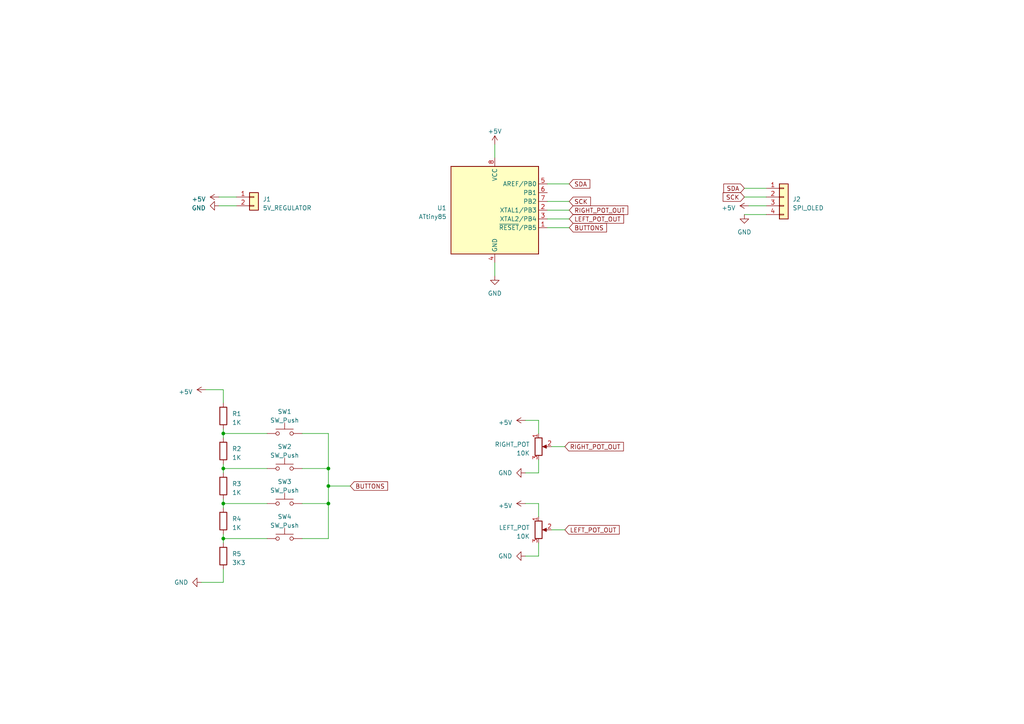
<source format=kicad_sch>
(kicad_sch (version 20230121) (generator eeschema)
  (paper "A4")
  (lib_symbols
    (symbol "Connector_Generic:Conn_01x02" (pin_names (offset 1.016) hide)
      (property "Reference" "J" (at 0 2.54 0))
      (property "Value" "Conn_01x02" (at 0 -5.08 0))
      (symbol "Conn_01x02_1_1"
        (rectangle (start -1.27 -2.413) (end 0 -2.667) (stroke (width 0.1524)))
        (rectangle (start -1.27 0.127) (end 0 -0.127) (stroke (width 0.1524)))
        (rectangle (start -1.27 1.27) (end 1.27 -3.81) (stroke (width 0.254)) (fill (type background)))
        (pin passive line (at -5.08 0 0) (length 3.81) (name "Pin_1") (number "1"))
        (pin passive line (at -5.08 -2.54 0) (length 3.81) (name "Pin_2") (number "2"))
      )
    )
    (symbol "Connector_Generic:Conn_01x04" (pin_names (offset 1.016) hide)
      (property "Reference" "J" (at 0 5.08 0))
      (property "Value" "Conn_01x04" (at 0 -7.62 0))
      (symbol "Conn_01x04_1_1"
        (rectangle (start -1.27 -4.953) (end 0 -5.207) (stroke (width 0.1524)))
        (rectangle (start -1.27 -2.413) (end 0 -2.667) (stroke (width 0.1524)))
        (rectangle (start -1.27 0.127) (end 0 -0.127) (stroke (width 0.1524)))
        (rectangle (start -1.27 2.667) (end 0 2.413) (stroke (width 0.1524)))
        (rectangle (start -1.27 3.81) (end 1.27 -6.35) (stroke (width 0.254)) (fill (type background)))
        (pin passive line (at -5.08 2.54 0) (length 3.81) (name "Pin_1") (number "1"))
        (pin passive line (at -5.08 0 0) (length 3.81) (name "Pin_2") (number "2"))
        (pin passive line (at -5.08 -2.54 0) (length 3.81) (name "Pin_3") (number "3"))
        (pin passive line (at -5.08 -5.08 0) (length 3.81) (name "Pin_4") (number "4"))
      )
    )
    (symbol "Device:R" (pin_numbers hide) (pin_names (offset 0))
      (property "Reference" "R" (at 2.032 0 90))
      (property "Value" "R" (at 0 0 90))
      (symbol "R_0_1"
        (rectangle (start -1.016 -2.54) (end 1.016 2.54) (stroke (width 0.254)))
      )
      (symbol "R_1_1"
        (pin passive line (at 0 3.81 270) (length 1.27) (name "~") (number "1"))
        (pin passive line (at 0 -3.81 90) (length 1.27) (name "~") (number "2"))
      )
    )
    (symbol "Device:R_Potentiometer" (pin_names (offset 1.016) hide)
      (property "Reference" "RV" (at -4.445 0 90))
      (property "Value" "R_Potentiometer" (at -2.54 0 90))
      (symbol "R_Potentiometer_0_1"
        (polyline (pts (xy 2.54 0) (xy 1.524 0)))
        (polyline (pts (xy 1.143 0) (xy 2.286 0.508) (xy 2.286 -0.508) (xy 1.143 0)) (fill (type outline)))
        (rectangle (start 1.016 2.54) (end -1.016 -2.54) (stroke (width 0.254)))
      )
      (symbol "R_Potentiometer_1_1"
        (pin passive line (at 0 3.81 270) (length 1.27) (name "1") (number "1"))
        (pin passive line (at 3.81 0 180) (length 1.27) (name "2") (number "2"))
        (pin passive line (at 0 -3.81 90) (length 1.27) (name "3") (number "3"))
      )
    )
    (symbol "MCU_Microchip_ATtiny:ATtiny85-20P"
      (property "Reference" "U" (at -12.7 13.97 0))
      (property "Value" "ATtiny85-20P" (at 2.54 -13.97 0))
      (symbol "ATtiny85-20P_0_1"
        (rectangle (start -12.7 -12.7) (end 12.7 12.7) (stroke (width 0.254)) (fill (type background)))
      )
      (symbol "ATtiny85-20P_1_1"
        (pin bidirectional line (at 15.24 -5.08 180) (length 2.54) (name "~{RESET}/PB5") (number "1"))
        (pin bidirectional line (at 15.24 0 180) (length 2.54) (name "XTAL1/PB3") (number "2"))
        (pin bidirectional line (at 15.24 -2.54 180) (length 2.54) (name "XTAL2/PB4") (number "3"))
        (pin power_in line (at 0 -15.24 90) (length 2.54) (name "GND") (number "4"))
        (pin bidirectional line (at 15.24 7.62 180) (length 2.54) (name "AREF/PB0") (number "5"))
        (pin bidirectional line (at 15.24 5.08 180) (length 2.54) (name "PB1") (number "6"))
        (pin bidirectional line (at 15.24 2.54 180) (length 2.54) (name "PB2") (number "7"))
        (pin power_in line (at 0 15.24 270) (length 2.54) (name "VCC") (number "8"))
      )
    )
    (symbol "Switch:SW_Push" (pin_numbers hide) (pin_names (offset 1.016) hide)
      (property "Reference" "SW" (at 1.27 2.54 0))
      (property "Value" "SW_Push" (at 0 -1.524 0))
      (symbol "SW_Push_0_1"
        (circle (center -2.032 0) (radius 0.508))
        (polyline (pts (xy 0 1.27) (xy 0 3.048)))
        (polyline (pts (xy 2.54 1.27) (xy -2.54 1.27)))
        (circle (center 2.032 0) (radius 0.508))
        (pin passive line (at -5.08 0 0) (length 2.54) (name "1") (number "1"))
        (pin passive line (at 5.08 0 180) (length 2.54) (name "2") (number "2"))
      )
    )
    (symbol "power:+5V" (power) (pin_names (offset 0))
      (property "Value" "+5V" (at 0 3.556 0))
      (symbol "+5V_0_1"
        (polyline (pts (xy -0.762 1.27) (xy 0 2.54)))
        (polyline (pts (xy 0 0) (xy 0 2.54)))
        (polyline (pts (xy 0 2.54) (xy 0.762 1.27)))
      )
      (symbol "+5V_1_1"
        (pin power_in line (at 0 0 90) (length 0) hide (name "+5V") (number "1"))
      )
    )
    (symbol "power:GND" (power) (pin_names (offset 0))
      (property "Value" "GND" (at 0 -3.81 0))
      (symbol "GND_0_1"
        (polyline (pts (xy 0 0) (xy 0 -1.27) (xy 1.27 -1.27) (xy 0 -2.54) (xy -1.27 -1.27) (xy 0 -1.27)))
      )
      (symbol "GND_1_1"
        (pin power_in line (at 0 0 270) (length 0) hide (name "GND") (number "1"))
      )
    )
  )
  (junction (at 64.77 156.21))
  (junction (at 64.77 135.89))
  (junction (at 64.77 125.73))
  (junction (at 95.25 146.05))
  (junction (at 64.77 146.05))
  (junction (at 95.25 135.89))
  (junction (at 95.25 140.97))
  (wire (pts (xy 64.77 125.73) (xy 77.47 125.73)))
  (wire (pts (xy 64.77 147.32) (xy 64.77 146.05)))
  (wire (pts (xy 156.21 157.48) (xy 156.21 161.29)))
  (wire (pts (xy 156.21 146.05) (xy 156.21 149.86)))
  (wire (pts (xy 64.77 156.21) (xy 77.47 156.21)))
  (wire (pts (xy 152.4 121.92) (xy 156.21 121.92)))
  (wire (pts (xy 217.17 59.69) (xy 222.25 59.69)))
  (wire (pts (xy 64.77 135.89) (xy 77.47 135.89)))
  (wire (pts (xy 87.63 156.21) (xy 95.25 156.21)))
  (wire (pts (xy 156.21 137.16) (xy 152.4 137.16)))
  (wire (pts (xy 152.4 146.05) (xy 156.21 146.05)))
  (wire (pts (xy 156.21 133.35) (xy 156.21 137.16)))
  (wire (pts (xy 158.75 60.96) (xy 165.1 60.96)))
  (wire (pts (xy 156.21 161.29) (xy 152.4 161.29)))
  (wire (pts (xy 64.77 168.91) (xy 64.77 165.1)))
  (wire (pts (xy 64.77 113.03) (xy 64.77 116.84)))
  (wire (pts (xy 87.63 146.05) (xy 95.25 146.05)))
  (wire (pts (xy 64.77 157.48) (xy 64.77 156.21)))
  (wire (pts (xy 87.63 135.89) (xy 95.25 135.89)))
  (wire (pts (xy 95.25 156.21) (xy 95.25 146.05)))
  (wire (pts (xy 143.51 76.2) (xy 143.51 80.01)))
  (wire (pts (xy 59.69 113.03) (xy 64.77 113.03)))
  (wire (pts (xy 158.75 63.5) (xy 165.1 63.5)))
  (wire (pts (xy 215.9 57.15) (xy 222.25 57.15)))
  (wire (pts (xy 64.77 124.46) (xy 64.77 125.73)))
  (wire (pts (xy 143.51 41.91) (xy 143.51 45.72)))
  (wire (pts (xy 95.25 140.97) (xy 101.6 140.97)))
  (wire (pts (xy 64.77 125.73) (xy 64.77 127)))
  (wire (pts (xy 95.25 125.73) (xy 95.25 135.89)))
  (wire (pts (xy 58.42 168.91) (xy 64.77 168.91)))
  (wire (pts (xy 215.9 62.23) (xy 222.25 62.23)))
  (wire (pts (xy 87.63 125.73) (xy 95.25 125.73)))
  (wire (pts (xy 95.25 146.05) (xy 95.25 140.97)))
  (wire (pts (xy 158.75 66.04) (xy 165.1 66.04)))
  (wire (pts (xy 158.75 58.42) (xy 165.1 58.42)))
  (wire (pts (xy 64.77 146.05) (xy 64.77 144.78)))
  (wire (pts (xy 63.5 59.69) (xy 68.58 59.69)))
  (wire (pts (xy 63.5 57.15) (xy 68.58 57.15)))
  (wire (pts (xy 160.02 153.67) (xy 163.83 153.67)))
  (wire (pts (xy 64.77 146.05) (xy 77.47 146.05)))
  (wire (pts (xy 64.77 156.21) (xy 64.77 154.94)))
  (wire (pts (xy 156.21 121.92) (xy 156.21 125.73)))
  (wire (pts (xy 95.25 135.89) (xy 95.25 140.97)))
  (wire (pts (xy 158.75 53.34) (xy 165.1 53.34)))
  (wire (pts (xy 64.77 137.16) (xy 64.77 135.89)))
  (wire (pts (xy 64.77 135.89) (xy 64.77 134.62)))
  (wire (pts (xy 163.83 129.54) (xy 160.02 129.54)))
  (wire (pts (xy 215.9 54.61) (xy 222.25 54.61)))
  (global_label "BUTTONS" (shape input) (at 101.6 140.97 0) (property "Intersheetrefs" "${INTERSHEET_REFS}" (effects hide)))
  (global_label "RIGHT_POT_OUT" (shape input) (at 165.1 60.96 0) (property "Intersheetrefs" "${INTERSHEET_REFS}" (effects hide)))
  (global_label "RIGHT_POT_OUT" (shape input) (at 163.83 129.54 0) (property "Intersheetrefs" "${INTERSHEET_REFS}" (effects hide)))
  (global_label "SCK" (shape input) (at 165.1 58.42 0) (property "Intersheetrefs" "${INTERSHEET_REFS}" (effects hide)))
  (global_label "BUTTONS" (shape input) (at 165.1 66.04 0) (property "Intersheetrefs" "${INTERSHEET_REFS}" (effects hide)))
  (global_label "SCK" (shape input) (at 215.9 57.15 180) (property "Intersheetrefs" "${INTERSHEET_REFS}" (effects hide)))
  (global_label "LEFT_POT_OUT" (shape input) (at 165.1 63.5 0) (property "Intersheetrefs" "${INTERSHEET_REFS}" (effects hide)))
  (global_label "LEFT_POT_OUT" (shape input) (at 163.83 153.67 0) (property "Intersheetrefs" "${INTERSHEET_REFS}" (effects hide)))
  (global_label "SDA" (shape input) (at 165.1 53.34 0) (property "Intersheetrefs" "${INTERSHEET_REFS}" (effects hide)))
  (global_label "SDA" (shape input) (at 215.9 54.61 180) (property "Intersheetrefs" "${INTERSHEET_REFS}" (effects hide)))
  (symbol (lib_id "Device:R") (at 64.77 151.13 0) (unit 1)
    (property "Reference" "R4" (at 67.31 150.495 0) (effects (justify left)))
    (property "Value" "1K" (at 67.31 153.035 0) (effects (justify left)))
  )
  (symbol (lib_id "power:+5V") (at 217.17 59.69 90) (unit 1)
    (property "Reference" "#PWR01" (effects hide))
    (property "Value" "+5V" (at 213.36 60.325 90) (effects (justify left)))
  )
  (symbol (lib_id "Device:R_Potentiometer") (at 156.21 129.54 0) (unit 1)
    (property "Reference" "RIGHT_POT" (at 153.67 128.905 0) (effects (justify right)))
    (property "Value" "10K" (at 153.67 131.445 0) (effects (justify right)))
  )
  (symbol (lib_id "power:+5V") (at 152.4 121.92 90) (unit 1)
    (property "Reference" "#PWR09" (effects hide))
    (property "Value" "+5V" (at 148.59 122.555 90) (effects (justify left)))
  )
  (symbol (lib_id "Connector_Generic:Conn_01x04") (at 227.33 57.15 0) (unit 1)
    (property "Reference" "J2" (at 229.87 57.785 0) (effects (justify left)))
    (property "Value" "SPI_OLED" (at 229.87 60.325 0) (effects (justify left)))
  )
  (symbol (lib_id "Device:R") (at 64.77 120.65 0) (unit 1)
    (property "Reference" "R1" (at 67.31 120.015 0) (effects (justify left)))
    (property "Value" "1K" (at 67.31 122.555 0) (effects (justify left)))
  )
  (symbol (lib_id "power:GND") (at 58.42 168.91 270) (unit 1)
    (property "Reference" "#PWR08" (effects hide))
    (property "Value" "GND" (at 54.61 168.91 90) (effects (justify right)))
  )
  (symbol (lib_id "power:GND") (at 152.4 161.29 270) (unit 1)
    (property "Reference" "#PWR012" (effects hide))
    (property "Value" "GND" (at 148.59 161.29 90) (effects (justify right)))
  )
  (symbol (lib_id "Device:R") (at 64.77 130.81 0) (unit 1)
    (property "Reference" "R2" (at 67.31 130.175 0) (effects (justify left)))
    (property "Value" "1K" (at 67.31 132.715 0) (effects (justify left)))
  )
  (symbol (lib_id "Switch:SW_Push") (at 82.55 156.21 0) (unit 1)
    (property "Reference" "SW4" (at 82.55 149.86 0))
    (property "Value" "SW_Push" (at 82.55 152.4 0))
  )
  (symbol (lib_id "Device:R_Potentiometer") (at 156.21 153.67 0) (unit 1)
    (property "Reference" "LEFT_POT" (at 153.67 153.035 0) (effects (justify right)))
    (property "Value" "10K" (at 153.67 155.575 0) (effects (justify right)))
  )
  (symbol (lib_id "power:+5V") (at 143.51 41.91 0) (unit 1)
    (property "Reference" "#PWR03" (effects hide))
    (property "Value" "+5V" (at 143.51 38.1 0))
  )
  (symbol (lib_id "Connector_Generic:Conn_01x02") (at 73.66 57.15 0) (unit 1)
    (property "Reference" "J1" (at 76.2 57.785 0) (effects (justify left)))
    (property "Value" "5V_REGULATOR" (at 76.2 60.325 0) (effects (justify left)))
  )
  (symbol (lib_id "Switch:SW_Push") (at 82.55 146.05 0) (unit 1)
    (property "Reference" "SW3" (at 82.55 139.7 0))
    (property "Value" "SW_Push" (at 82.55 142.24 0))
  )
  (symbol (lib_id "Device:R") (at 64.77 140.97 0) (unit 1)
    (property "Reference" "R3" (at 67.31 140.335 0) (effects (justify left)))
    (property "Value" "1K" (at 67.31 142.875 0) (effects (justify left)))
  )
  (symbol (lib_id "power:GND") (at 63.5 59.69 270) (unit 1)
    (property "Reference" "#PWR06" (effects hide))
    (property "Value" "GND" (at 59.69 60.325 90) (effects (justify right)))
  )
  (symbol (lib_id "power:+5V") (at 59.69 113.03 90) (unit 1)
    (property "Reference" "#PWR07" (effects hide))
    (property "Value" "+5V" (at 55.88 113.665 90) (effects (justify left)))
  )
  (symbol (lib_id "Switch:SW_Push") (at 82.55 125.73 0) (unit 1)
    (property "Reference" "SW1" (at 82.55 119.38 0))
    (property "Value" "SW_Push" (at 82.55 121.92 0))
  )
  (symbol (lib_id "MCU_Microchip_ATtiny:ATtiny85-20P") (at 143.51 60.96 0) (unit 1)
    (property "Reference" "U1" (at 129.54 60.325 0) (effects (justify right)))
    (property "Value" "ATtiny85" (at 129.54 62.865 0) (effects (justify right)))
    (property "Footprint" "Package_DIP:DIP-8_W7.62mm" (effects hide))
    (property "Datasheet" "http://ww1.microchip.com/downloads/en/DeviceDoc/atmel-2586-avr-8-bit-microcontroller-attiny25-attiny45-attiny85_datasheet.pdf" (effects hide))
  )
  (symbol (lib_id "power:GND") (at 143.51 80.01 0) (unit 1)
    (property "Reference" "#PWR04" (effects hide))
    (property "Value" "GND" (at 143.51 85.09 0))
  )
  (symbol (lib_id "power:+5V") (at 152.4 146.05 90) (unit 1)
    (property "Reference" "#PWR011" (effects hide))
    (property "Value" "+5V" (at 148.59 146.685 90) (effects (justify left)))
  )
  (symbol (lib_id "Switch:SW_Push") (at 82.55 135.89 0) (unit 1)
    (property "Reference" "SW2" (at 82.55 129.54 0))
    (property "Value" "SW_Push" (at 82.55 132.08 0))
  )
  (symbol (lib_id "power:+5V") (at 63.5 57.15 90) (unit 1)
    (property "Reference" "#PWR05" (effects hide))
    (property "Value" "+5V" (at 59.69 57.785 90) (effects (justify left)))
  )
  (symbol (lib_id "Device:R") (at 64.77 161.29 0) (unit 1)
    (property "Reference" "R5" (at 67.31 160.655 0) (effects (justify left)))
    (property "Value" "3K3" (at 67.31 163.195 0) (effects (justify left)))
  )
  (symbol (lib_id "power:GND") (at 152.4 137.16 270) (unit 1)
    (property "Reference" "#PWR010" (effects hide))
    (property "Value" "GND" (at 148.59 137.16 90) (effects (justify right)))
  )
  (symbol (lib_id "power:GND") (at 215.9 62.23 0) (unit 1)
    (property "Reference" "#PWR02" (effects hide))
    (property "Value" "GND" (at 215.9 67.31 0))
  )
)
</source>
